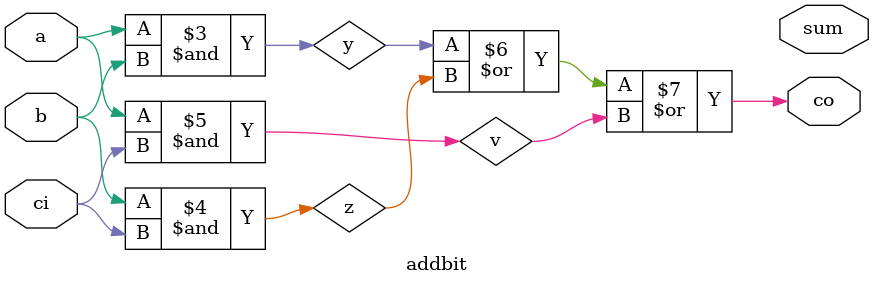
<source format=v>
`timescale 1ns / 1ps
module addbit(a,b,ci,sum,co);
	input a;
	input b;
	input ci;
	output sum;
	output co;
	
	wire x,y,z,v;
	
	xor(x,a,b);
	xor(Sum,x,ci);
	and(y,a,b);
	and(z,b,ci);
	and(v,a,ci);
	or(co,y,z,v);

endmodule

</source>
